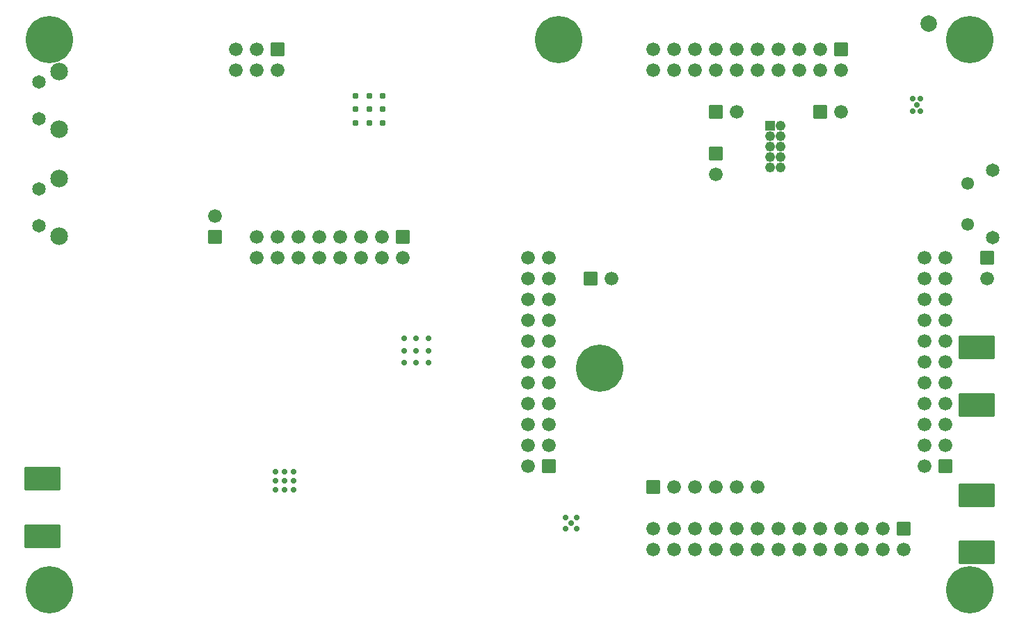
<source format=gbs>
G04 #@! TF.GenerationSoftware,KiCad,Pcbnew,6.0.7-f9a2dced07~116~ubuntu22.04.1*
G04 #@! TF.CreationDate,2022-09-29T06:22:25-04:00*
G04 #@! TF.ProjectId,hackrf-one,6861636b-7266-42d6-9f6e-652e6b696361,r8*
G04 #@! TF.SameCoordinates,Original*
G04 #@! TF.FileFunction,Soldermask,Bot*
G04 #@! TF.FilePolarity,Negative*
%FSLAX46Y46*%
G04 Gerber Fmt 4.6, Leading zero omitted, Abs format (unit mm)*
G04 Created by KiCad (PCBNEW 6.0.7-f9a2dced07~116~ubuntu22.04.1) date 2022-09-29 06:22:25*
%MOMM*%
%LPD*%
G01*
G04 APERTURE LIST*
G04 Aperture macros list*
%AMRoundRect*
0 Rectangle with rounded corners*
0 $1 Rounding radius*
0 $2 $3 $4 $5 $6 $7 $8 $9 X,Y pos of 4 corners*
0 Add a 4 corners polygon primitive as box body*
4,1,4,$2,$3,$4,$5,$6,$7,$8,$9,$2,$3,0*
0 Add four circle primitives for the rounded corners*
1,1,$1+$1,$2,$3*
1,1,$1+$1,$4,$5*
1,1,$1+$1,$6,$7*
1,1,$1+$1,$8,$9*
0 Add four rect primitives between the rounded corners*
20,1,$1+$1,$2,$3,$4,$5,0*
20,1,$1+$1,$4,$5,$6,$7,0*
20,1,$1+$1,$6,$7,$8,$9,0*
20,1,$1+$1,$8,$9,$2,$3,0*%
G04 Aperture macros list end*
%ADD10RoundRect,0.076200X0.762000X-0.762000X0.762000X0.762000X-0.762000X0.762000X-0.762000X-0.762000X0*%
%ADD11C,1.676400*%
%ADD12RoundRect,0.076200X-0.762000X-0.762000X0.762000X-0.762000X0.762000X0.762000X-0.762000X0.762000X0*%
%ADD13C,0.742240*%
%ADD14C,2.000000*%
%ADD15C,1.652400*%
%ADD16C,1.552400*%
%ADD17C,5.752400*%
%ADD18C,0.752400*%
%ADD19RoundRect,0.076200X2.095000X1.332500X-2.095000X1.332500X-2.095000X-1.332500X2.095000X-1.332500X0*%
%ADD20RoundRect,0.076200X-0.762000X0.762000X-0.762000X-0.762000X0.762000X-0.762000X0.762000X0.762000X0*%
%ADD21RoundRect,0.076200X-2.095000X-1.332500X2.095000X-1.332500X2.095000X1.332500X-2.095000X1.332500X0*%
%ADD22RoundRect,0.076200X0.762000X0.762000X-0.762000X0.762000X-0.762000X-0.762000X0.762000X-0.762000X0*%
%ADD23RoundRect,0.076200X-0.533400X0.533400X-0.533400X-0.533400X0.533400X-0.533400X0.533400X0.533400X0*%
%ADD24C,1.219200*%
%ADD25C,2.152400*%
%ADD26C,0.737400*%
%ADD27C,0.736600*%
%ADD28C,0.777240*%
G04 APERTURE END LIST*
D10*
G04 #@! TO.C,NT3*
X84130000Y-128010000D03*
D11*
X84130000Y-125470000D03*
G04 #@! TD*
D12*
G04 #@! TO.C,NT2*
X157790000Y-112770000D03*
D11*
X160330000Y-112770000D03*
G04 #@! TD*
D12*
G04 #@! TO.C,NT1*
X145090000Y-112770000D03*
D11*
X147630000Y-112770000D03*
G04 #@! TD*
D13*
G04 #@! TO.C,U19*
X127469200Y-162926000D03*
X126809200Y-163586000D03*
X126809200Y-162266000D03*
X128129200Y-162266000D03*
X128129200Y-163586000D03*
G04 #@! TD*
D14*
G04 #@! TO.C,MARK1MM*
X171000000Y-102000000D03*
G04 #@! TD*
D15*
G04 #@! TO.C,J1*
X178800000Y-128125000D03*
X178800000Y-119875000D03*
D16*
X175770000Y-126490000D03*
X175770000Y-121510000D03*
G04 #@! TD*
D17*
G04 #@! TO.C,J4*
X64000000Y-104000000D03*
D18*
X64000000Y-101800000D03*
X61800000Y-104000000D03*
X64000000Y-106200000D03*
X66200000Y-104000000D03*
X65550000Y-102450000D03*
X62450000Y-102450000D03*
X62450000Y-105550000D03*
X65550000Y-105550000D03*
G04 #@! TD*
D17*
G04 #@! TO.C,J5*
X64000000Y-171000000D03*
D18*
X64000000Y-168800000D03*
X61800000Y-171000000D03*
X64000000Y-173200000D03*
X66200000Y-171000000D03*
X65550000Y-169450000D03*
X62450000Y-169450000D03*
X62450000Y-172550000D03*
X65550000Y-172550000D03*
G04 #@! TD*
D17*
G04 #@! TO.C,J6*
X176000000Y-171000000D03*
D18*
X176000000Y-168800000D03*
X173800000Y-171000000D03*
X176000000Y-173200000D03*
X178200000Y-171000000D03*
X177550000Y-169450000D03*
X174450000Y-169450000D03*
X174450000Y-172550000D03*
X177550000Y-172550000D03*
G04 #@! TD*
D17*
G04 #@! TO.C,J7*
X176000000Y-104000000D03*
D18*
X176000000Y-101800000D03*
X173800000Y-104000000D03*
X176000000Y-106200000D03*
X178200000Y-104000000D03*
X177550000Y-102450000D03*
X174450000Y-102450000D03*
X174450000Y-105550000D03*
X177550000Y-105550000D03*
G04 #@! TD*
D17*
G04 #@! TO.C,J8*
X126000000Y-104000000D03*
D18*
X126000000Y-101800000D03*
X123800000Y-104000000D03*
X126000000Y-106200000D03*
X128200000Y-104000000D03*
X127550000Y-102450000D03*
X124450000Y-102450000D03*
X124450000Y-105550000D03*
X127550000Y-105550000D03*
G04 #@! TD*
D17*
G04 #@! TO.C,J9*
X131000000Y-144000000D03*
D18*
X131000000Y-141800000D03*
X128800000Y-144000000D03*
X131000000Y-146200000D03*
X133200000Y-144000000D03*
X132550000Y-142450000D03*
X129450000Y-142450000D03*
X129450000Y-145550000D03*
X132550000Y-145550000D03*
G04 #@! TD*
D19*
G04 #@! TO.C,P2*
X176885000Y-148492500D03*
X176885000Y-141507500D03*
G04 #@! TD*
D20*
G04 #@! TO.C,P3*
X145090000Y-117850000D03*
D11*
X145090000Y-120390000D03*
G04 #@! TD*
D21*
G04 #@! TO.C,P4*
X63115000Y-157507500D03*
X63115000Y-164492500D03*
G04 #@! TD*
D22*
G04 #@! TO.C,P5*
X91750000Y-105150000D03*
D11*
X91750000Y-107690000D03*
X89210000Y-105150000D03*
X89210000Y-107690000D03*
X86670000Y-105150000D03*
X86670000Y-107690000D03*
G04 #@! TD*
D22*
G04 #@! TO.C,P9*
X106990000Y-128010000D03*
D11*
X106990000Y-130550000D03*
X104450000Y-128010000D03*
X104450000Y-130550000D03*
X101910000Y-128010000D03*
X101910000Y-130550000D03*
X99370000Y-128010000D03*
X99370000Y-130550000D03*
X96830000Y-128010000D03*
X96830000Y-130550000D03*
X94290000Y-128010000D03*
X94290000Y-130550000D03*
X91750000Y-128010000D03*
X91750000Y-130550000D03*
X89210000Y-128010000D03*
X89210000Y-130550000D03*
G04 #@! TD*
D19*
G04 #@! TO.C,P16*
X176885000Y-166492500D03*
X176885000Y-159507500D03*
G04 #@! TD*
D10*
G04 #@! TO.C,P20*
X173030000Y-155950000D03*
D11*
X170490000Y-155950000D03*
X173030000Y-153410000D03*
X170490000Y-153410000D03*
X173030000Y-150870000D03*
X170490000Y-150870000D03*
X173030000Y-148330000D03*
X170490000Y-148330000D03*
X173030000Y-145790000D03*
X170490000Y-145790000D03*
X173030000Y-143250000D03*
X170490000Y-143250000D03*
X173030000Y-140710000D03*
X170490000Y-140710000D03*
X173030000Y-138170000D03*
X170490000Y-138170000D03*
X173030000Y-135630000D03*
X170490000Y-135630000D03*
X173030000Y-133090000D03*
X170490000Y-133090000D03*
X173030000Y-130550000D03*
X170490000Y-130550000D03*
G04 #@! TD*
D22*
G04 #@! TO.C,P22*
X167950000Y-163570000D03*
D11*
X167950000Y-166110000D03*
X165410000Y-163570000D03*
X165410000Y-166110000D03*
X162870000Y-163570000D03*
X162870000Y-166110000D03*
X160330000Y-163570000D03*
X160330000Y-166110000D03*
X157790000Y-163570000D03*
X157790000Y-166110000D03*
X155250000Y-163570000D03*
X155250000Y-166110000D03*
X152710000Y-163570000D03*
X152710000Y-166110000D03*
X150170000Y-163570000D03*
X150170000Y-166110000D03*
X147630000Y-163570000D03*
X147630000Y-166110000D03*
X145090000Y-163570000D03*
X145090000Y-166110000D03*
X142550000Y-163570000D03*
X142550000Y-166110000D03*
X140010000Y-163570000D03*
X140010000Y-166110000D03*
X137470000Y-163570000D03*
X137470000Y-166110000D03*
G04 #@! TD*
D12*
G04 #@! TO.C,P25*
X137470000Y-158490000D03*
D11*
X140010000Y-158490000D03*
X142550000Y-158490000D03*
X145090000Y-158490000D03*
X147630000Y-158490000D03*
X150170000Y-158490000D03*
G04 #@! TD*
D23*
G04 #@! TO.C,P26*
X151662600Y-114466600D03*
D24*
X152932600Y-114466600D03*
X151662600Y-115736600D03*
X152932600Y-115736600D03*
X151662600Y-117006600D03*
X152932600Y-117006600D03*
X151662600Y-118276600D03*
X152932600Y-118276600D03*
X151662600Y-119546600D03*
X152932600Y-119546600D03*
G04 #@! TD*
D10*
G04 #@! TO.C,P28*
X124770000Y-155950000D03*
D11*
X122230000Y-155950000D03*
X124770000Y-153410000D03*
X122230000Y-153410000D03*
X124770000Y-150870000D03*
X122230000Y-150870000D03*
X124770000Y-148330000D03*
X122230000Y-148330000D03*
X124770000Y-145790000D03*
X122230000Y-145790000D03*
X124770000Y-143250000D03*
X122230000Y-143250000D03*
X124770000Y-140710000D03*
X122230000Y-140710000D03*
X124770000Y-138170000D03*
X122230000Y-138170000D03*
X124770000Y-135630000D03*
X122230000Y-135630000D03*
X124770000Y-133090000D03*
X122230000Y-133090000D03*
X124770000Y-130550000D03*
X122230000Y-130550000D03*
G04 #@! TD*
D12*
G04 #@! TO.C,P29*
X129850000Y-133090000D03*
D11*
X132390000Y-133090000D03*
G04 #@! TD*
D22*
G04 #@! TO.C,P30*
X160330000Y-105150000D03*
D11*
X160330000Y-107690000D03*
X157790000Y-105150000D03*
X157790000Y-107690000D03*
X155250000Y-105150000D03*
X155250000Y-107690000D03*
X152710000Y-105150000D03*
X152710000Y-107690000D03*
X150170000Y-105150000D03*
X150170000Y-107690000D03*
X147630000Y-105150000D03*
X147630000Y-107690000D03*
X145090000Y-105150000D03*
X145090000Y-107690000D03*
X142550000Y-105150000D03*
X142550000Y-107690000D03*
X140010000Y-105150000D03*
X140010000Y-107690000D03*
X137470000Y-105150000D03*
X137470000Y-107690000D03*
G04 #@! TD*
D20*
G04 #@! TO.C,P80*
X178110000Y-130550000D03*
D11*
X178110000Y-133090000D03*
G04 #@! TD*
D15*
G04 #@! TO.C,SW1*
X62700000Y-122150000D03*
X62700000Y-126650000D03*
D25*
X65190000Y-127905000D03*
X65190000Y-120895000D03*
G04 #@! TD*
D15*
G04 #@! TO.C,SW2*
X62700000Y-109150000D03*
X62700000Y-113650000D03*
D25*
X65190000Y-114905000D03*
X65190000Y-107895000D03*
G04 #@! TD*
D26*
G04 #@! TO.C,U21*
X169530000Y-111951200D03*
X169030000Y-112701200D03*
X170030000Y-112701200D03*
X170030000Y-111201200D03*
X169030000Y-111201200D03*
G04 #@! TD*
D13*
G04 #@! TO.C,U4*
X92620400Y-157763600D03*
X92620400Y-156663600D03*
X93720400Y-156663600D03*
X93720400Y-157763600D03*
X93720400Y-158863600D03*
X92620400Y-158863600D03*
X91520400Y-158863600D03*
X91520400Y-157763600D03*
X91520400Y-156663600D03*
G04 #@! TD*
D27*
G04 #@! TO.C,U17*
X108648500Y-141897100D03*
X108648500Y-143397100D03*
X107148500Y-143397100D03*
X107148500Y-141897100D03*
X107148500Y-140397100D03*
X108648500Y-140397100D03*
X110148500Y-140397100D03*
X110148500Y-141897100D03*
X110148500Y-143397100D03*
G04 #@! TD*
D28*
G04 #@! TO.C,U18*
X102895400Y-112461800D03*
X102895400Y-114111800D03*
X101245400Y-114111800D03*
X101245400Y-112461800D03*
X101245400Y-110811800D03*
X102895400Y-110811800D03*
X104545400Y-110811800D03*
X104545400Y-112461800D03*
X104545400Y-114111800D03*
G04 #@! TD*
M02*

</source>
